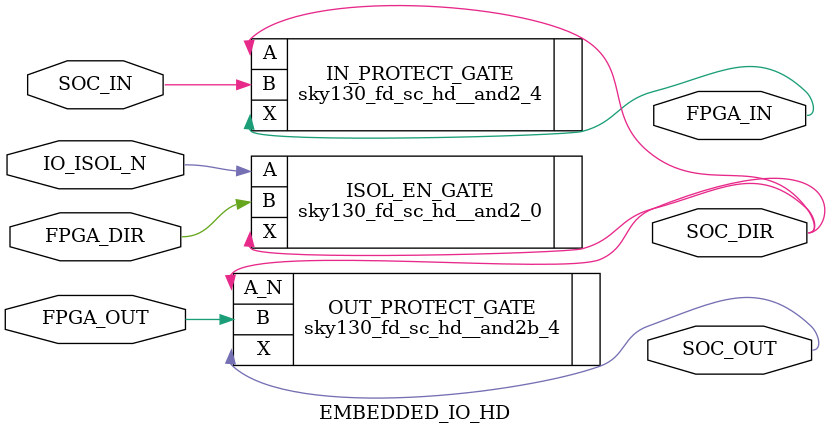
<source format=v>
`timescale 1ns/1ps

module EMBEDDED_IO_HD (
  input SOC_IN,   // Input to drive the inpad signal
  output SOC_OUT, // Output the outpad signal
  output SOC_DIR, // Output the directionality
  output FPGA_IN, // Input data to FPGA
  input FPGA_OUT, // Output data from FPGA
  input FPGA_DIR, // direction control 
  input IO_ISOL_N    // Isolation enable signal
);

  sky130_fd_sc_hd__and2_0 ISOL_EN_GATE (.A(IO_ISOL_N),
                                        .B(FPGA_DIR),
                                        .X(SOC_DIR)
                                       );
  
  // Use drive-strength 4 for a high fan-out from global routing architecture
  sky130_fd_sc_hd__and2_4 IN_PROTECT_GATE (.A(SOC_DIR),
                                           .B(SOC_IN),
                                           .X(FPGA_IN)
                                          );

  // Use drive-strength 4 for a potential high fan-out from SoC components
  sky130_fd_sc_hd__and2b_4 OUT_PROTECT_GATE (.A_N(SOC_DIR),
                                             .B(FPGA_OUT),
                                             .X(SOC_OUT)
                                            );

endmodule


</source>
